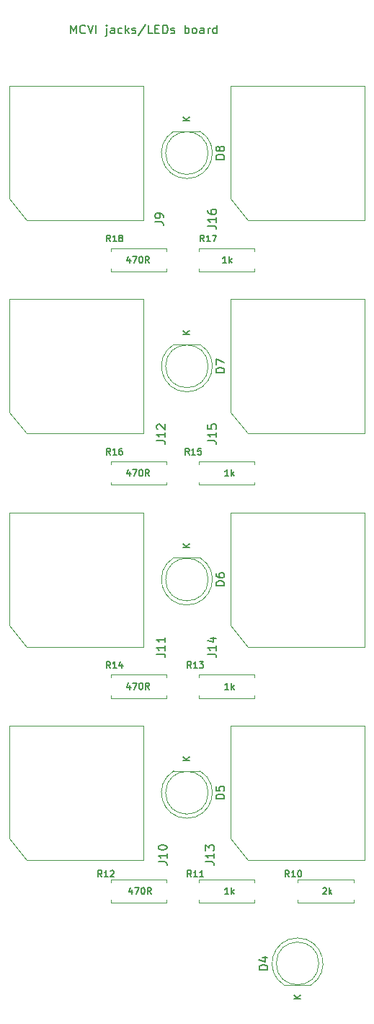
<source format=gbr>
%TF.GenerationSoftware,KiCad,Pcbnew,5.1.9-73d0e3b20d~88~ubuntu20.04.1*%
%TF.CreationDate,2021-03-31T20:48:30-04:00*%
%TF.ProjectId,MCVI,4d435649-2e6b-4696-9361-645f70636258,rev?*%
%TF.SameCoordinates,Original*%
%TF.FileFunction,Legend,Top*%
%TF.FilePolarity,Positive*%
%FSLAX46Y46*%
G04 Gerber Fmt 4.6, Leading zero omitted, Abs format (unit mm)*
G04 Created by KiCad (PCBNEW 5.1.9-73d0e3b20d~88~ubuntu20.04.1) date 2021-03-31 20:48:30*
%MOMM*%
%LPD*%
G01*
G04 APERTURE LIST*
%ADD10C,0.150000*%
%ADD11C,0.120000*%
G04 APERTURE END LIST*
D10*
X128335595Y-65452380D02*
X128335595Y-64452380D01*
X128668928Y-65166666D01*
X129002261Y-64452380D01*
X129002261Y-65452380D01*
X130049880Y-65357142D02*
X130002261Y-65404761D01*
X129859404Y-65452380D01*
X129764166Y-65452380D01*
X129621309Y-65404761D01*
X129526071Y-65309523D01*
X129478452Y-65214285D01*
X129430833Y-65023809D01*
X129430833Y-64880952D01*
X129478452Y-64690476D01*
X129526071Y-64595238D01*
X129621309Y-64500000D01*
X129764166Y-64452380D01*
X129859404Y-64452380D01*
X130002261Y-64500000D01*
X130049880Y-64547619D01*
X130335595Y-64452380D02*
X130668928Y-65452380D01*
X131002261Y-64452380D01*
X131335595Y-65452380D02*
X131335595Y-64452380D01*
X132573690Y-64785714D02*
X132573690Y-65642857D01*
X132526071Y-65738095D01*
X132430833Y-65785714D01*
X132383214Y-65785714D01*
X132573690Y-64452380D02*
X132526071Y-64500000D01*
X132573690Y-64547619D01*
X132621309Y-64500000D01*
X132573690Y-64452380D01*
X132573690Y-64547619D01*
X133478452Y-65452380D02*
X133478452Y-64928571D01*
X133430833Y-64833333D01*
X133335595Y-64785714D01*
X133145119Y-64785714D01*
X133049880Y-64833333D01*
X133478452Y-65404761D02*
X133383214Y-65452380D01*
X133145119Y-65452380D01*
X133049880Y-65404761D01*
X133002261Y-65309523D01*
X133002261Y-65214285D01*
X133049880Y-65119047D01*
X133145119Y-65071428D01*
X133383214Y-65071428D01*
X133478452Y-65023809D01*
X134383214Y-65404761D02*
X134287976Y-65452380D01*
X134097500Y-65452380D01*
X134002261Y-65404761D01*
X133954642Y-65357142D01*
X133907023Y-65261904D01*
X133907023Y-64976190D01*
X133954642Y-64880952D01*
X134002261Y-64833333D01*
X134097500Y-64785714D01*
X134287976Y-64785714D01*
X134383214Y-64833333D01*
X134811785Y-65452380D02*
X134811785Y-64452380D01*
X134907023Y-65071428D02*
X135192738Y-65452380D01*
X135192738Y-64785714D02*
X134811785Y-65166666D01*
X135573690Y-65404761D02*
X135668928Y-65452380D01*
X135859404Y-65452380D01*
X135954642Y-65404761D01*
X136002261Y-65309523D01*
X136002261Y-65261904D01*
X135954642Y-65166666D01*
X135859404Y-65119047D01*
X135716547Y-65119047D01*
X135621309Y-65071428D01*
X135573690Y-64976190D01*
X135573690Y-64928571D01*
X135621309Y-64833333D01*
X135716547Y-64785714D01*
X135859404Y-64785714D01*
X135954642Y-64833333D01*
X137145119Y-64404761D02*
X136287976Y-65690476D01*
X137954642Y-65452380D02*
X137478452Y-65452380D01*
X137478452Y-64452380D01*
X138287976Y-64928571D02*
X138621309Y-64928571D01*
X138764166Y-65452380D02*
X138287976Y-65452380D01*
X138287976Y-64452380D01*
X138764166Y-64452380D01*
X139192738Y-65452380D02*
X139192738Y-64452380D01*
X139430833Y-64452380D01*
X139573690Y-64500000D01*
X139668928Y-64595238D01*
X139716547Y-64690476D01*
X139764166Y-64880952D01*
X139764166Y-65023809D01*
X139716547Y-65214285D01*
X139668928Y-65309523D01*
X139573690Y-65404761D01*
X139430833Y-65452380D01*
X139192738Y-65452380D01*
X140145119Y-65404761D02*
X140240357Y-65452380D01*
X140430833Y-65452380D01*
X140526071Y-65404761D01*
X140573690Y-65309523D01*
X140573690Y-65261904D01*
X140526071Y-65166666D01*
X140430833Y-65119047D01*
X140287976Y-65119047D01*
X140192738Y-65071428D01*
X140145119Y-64976190D01*
X140145119Y-64928571D01*
X140192738Y-64833333D01*
X140287976Y-64785714D01*
X140430833Y-64785714D01*
X140526071Y-64833333D01*
X141764166Y-65452380D02*
X141764166Y-64452380D01*
X141764166Y-64833333D02*
X141859404Y-64785714D01*
X142049880Y-64785714D01*
X142145119Y-64833333D01*
X142192738Y-64880952D01*
X142240357Y-64976190D01*
X142240357Y-65261904D01*
X142192738Y-65357142D01*
X142145119Y-65404761D01*
X142049880Y-65452380D01*
X141859404Y-65452380D01*
X141764166Y-65404761D01*
X142811785Y-65452380D02*
X142716547Y-65404761D01*
X142668928Y-65357142D01*
X142621309Y-65261904D01*
X142621309Y-64976190D01*
X142668928Y-64880952D01*
X142716547Y-64833333D01*
X142811785Y-64785714D01*
X142954642Y-64785714D01*
X143049880Y-64833333D01*
X143097500Y-64880952D01*
X143145119Y-64976190D01*
X143145119Y-65261904D01*
X143097500Y-65357142D01*
X143049880Y-65404761D01*
X142954642Y-65452380D01*
X142811785Y-65452380D01*
X144002261Y-65452380D02*
X144002261Y-64928571D01*
X143954642Y-64833333D01*
X143859404Y-64785714D01*
X143668928Y-64785714D01*
X143573690Y-64833333D01*
X144002261Y-65404761D02*
X143907023Y-65452380D01*
X143668928Y-65452380D01*
X143573690Y-65404761D01*
X143526071Y-65309523D01*
X143526071Y-65214285D01*
X143573690Y-65119047D01*
X143668928Y-65071428D01*
X143907023Y-65071428D01*
X144002261Y-65023809D01*
X144478452Y-65452380D02*
X144478452Y-64785714D01*
X144478452Y-64976190D02*
X144526071Y-64880952D01*
X144573690Y-64833333D01*
X144668928Y-64785714D01*
X144764166Y-64785714D01*
X145526071Y-65452380D02*
X145526071Y-64452380D01*
X145526071Y-65404761D02*
X145430833Y-65452380D01*
X145240357Y-65452380D01*
X145145119Y-65404761D01*
X145097500Y-65357142D01*
X145049880Y-65261904D01*
X145049880Y-64976190D01*
X145097500Y-64880952D01*
X145145119Y-64833333D01*
X145240357Y-64785714D01*
X145430833Y-64785714D01*
X145526071Y-64833333D01*
D11*
%TO.C,R15*%
X149960000Y-118040000D02*
X149960000Y-118370000D01*
X149960000Y-118370000D02*
X143420000Y-118370000D01*
X143420000Y-118370000D02*
X143420000Y-118040000D01*
X149960000Y-115960000D02*
X149960000Y-115630000D01*
X149960000Y-115630000D02*
X143420000Y-115630000D01*
X143420000Y-115630000D02*
X143420000Y-115960000D01*
%TO.C,D6*%
X144500000Y-129470000D02*
G75*
G03*
X144500000Y-129470000I-2500000J0D01*
G01*
X143545000Y-126910000D02*
X140455000Y-126910000D01*
X142000462Y-132460000D02*
G75*
G02*
X140455170Y-126910000I-462J2990000D01*
G01*
X141999538Y-132460000D02*
G75*
G03*
X143544830Y-126910000I462J2990000D01*
G01*
%TO.C,R10*%
X155040000Y-164960000D02*
X155040000Y-164630000D01*
X155040000Y-164630000D02*
X161580000Y-164630000D01*
X161580000Y-164630000D02*
X161580000Y-164960000D01*
X155040000Y-167040000D02*
X155040000Y-167370000D01*
X155040000Y-167370000D02*
X161580000Y-167370000D01*
X161580000Y-167370000D02*
X161580000Y-167040000D01*
%TO.C,R16*%
X133040000Y-115960000D02*
X133040000Y-115630000D01*
X133040000Y-115630000D02*
X139580000Y-115630000D01*
X139580000Y-115630000D02*
X139580000Y-115960000D01*
X133040000Y-118040000D02*
X133040000Y-118370000D01*
X133040000Y-118370000D02*
X139580000Y-118370000D01*
X139580000Y-118370000D02*
X139580000Y-118040000D01*
%TO.C,R11*%
X149960000Y-167040000D02*
X149960000Y-167370000D01*
X149960000Y-167370000D02*
X143420000Y-167370000D01*
X143420000Y-167370000D02*
X143420000Y-167040000D01*
X149960000Y-164960000D02*
X149960000Y-164630000D01*
X149960000Y-164630000D02*
X143420000Y-164630000D01*
X143420000Y-164630000D02*
X143420000Y-164960000D01*
%TO.C,R17*%
X149960000Y-93040000D02*
X149960000Y-93370000D01*
X149960000Y-93370000D02*
X143420000Y-93370000D01*
X143420000Y-93370000D02*
X143420000Y-93040000D01*
X149960000Y-90960000D02*
X149960000Y-90630000D01*
X149960000Y-90630000D02*
X143420000Y-90630000D01*
X143420000Y-90630000D02*
X143420000Y-90960000D01*
%TO.C,D7*%
X144500000Y-104470000D02*
G75*
G03*
X144500000Y-104470000I-2500000J0D01*
G01*
X143545000Y-101910000D02*
X140455000Y-101910000D01*
X142000462Y-107460000D02*
G75*
G02*
X140455170Y-101910000I-462J2990000D01*
G01*
X141999538Y-107460000D02*
G75*
G03*
X143544830Y-101910000I462J2990000D01*
G01*
%TO.C,J13*%
X147150000Y-159850000D02*
X147150000Y-146600000D01*
X162900000Y-162350000D02*
X149200000Y-162350000D01*
X149200000Y-162350000D02*
X149150000Y-162350000D01*
X162900000Y-146600000D02*
X162900000Y-162350000D01*
X147150000Y-146600000D02*
X162900000Y-146600000D01*
X149150000Y-162350000D02*
X147150000Y-159850000D01*
%TO.C,R18*%
X133040000Y-90960000D02*
X133040000Y-90630000D01*
X133040000Y-90630000D02*
X139580000Y-90630000D01*
X139580000Y-90630000D02*
X139580000Y-90960000D01*
X133040000Y-93040000D02*
X133040000Y-93370000D01*
X133040000Y-93370000D02*
X139580000Y-93370000D01*
X139580000Y-93370000D02*
X139580000Y-93040000D01*
%TO.C,R13*%
X149960000Y-143040000D02*
X149960000Y-143370000D01*
X149960000Y-143370000D02*
X143420000Y-143370000D01*
X143420000Y-143370000D02*
X143420000Y-143040000D01*
X149960000Y-140960000D02*
X149960000Y-140630000D01*
X149960000Y-140630000D02*
X143420000Y-140630000D01*
X143420000Y-140630000D02*
X143420000Y-140960000D01*
%TO.C,J15*%
X147150000Y-109850000D02*
X147150000Y-96600000D01*
X162900000Y-112350000D02*
X149200000Y-112350000D01*
X149200000Y-112350000D02*
X149150000Y-112350000D01*
X162900000Y-96600000D02*
X162900000Y-112350000D01*
X147150000Y-96600000D02*
X162900000Y-96600000D01*
X149150000Y-112350000D02*
X147150000Y-109850000D01*
%TO.C,J11*%
X121150000Y-134850000D02*
X121150000Y-121600000D01*
X136900000Y-137350000D02*
X123200000Y-137350000D01*
X123200000Y-137350000D02*
X123150000Y-137350000D01*
X136900000Y-121600000D02*
X136900000Y-137350000D01*
X121150000Y-121600000D02*
X136900000Y-121600000D01*
X123150000Y-137350000D02*
X121150000Y-134850000D01*
%TO.C,J16*%
X147150000Y-84850000D02*
X147150000Y-71600000D01*
X162900000Y-87350000D02*
X149200000Y-87350000D01*
X149200000Y-87350000D02*
X149150000Y-87350000D01*
X162900000Y-71600000D02*
X162900000Y-87350000D01*
X147150000Y-71600000D02*
X162900000Y-71600000D01*
X149150000Y-87350000D02*
X147150000Y-84850000D01*
%TO.C,J14*%
X147150000Y-134850000D02*
X147150000Y-121600000D01*
X162900000Y-137350000D02*
X149200000Y-137350000D01*
X149200000Y-137350000D02*
X149150000Y-137350000D01*
X162900000Y-121600000D02*
X162900000Y-137350000D01*
X147150000Y-121600000D02*
X162900000Y-121600000D01*
X149150000Y-137350000D02*
X147150000Y-134850000D01*
%TO.C,R12*%
X133060000Y-164960000D02*
X133060000Y-164630000D01*
X133060000Y-164630000D02*
X139600000Y-164630000D01*
X139600000Y-164630000D02*
X139600000Y-164960000D01*
X133060000Y-167040000D02*
X133060000Y-167370000D01*
X133060000Y-167370000D02*
X139600000Y-167370000D01*
X139600000Y-167370000D02*
X139600000Y-167040000D01*
%TO.C,D8*%
X144500000Y-79470000D02*
G75*
G03*
X144500000Y-79470000I-2500000J0D01*
G01*
X143545000Y-76910000D02*
X140455000Y-76910000D01*
X142000462Y-82460000D02*
G75*
G02*
X140455170Y-76910000I-462J2990000D01*
G01*
X141999538Y-82460000D02*
G75*
G03*
X143544830Y-76910000I462J2990000D01*
G01*
%TO.C,D4*%
X157500000Y-174480000D02*
G75*
G03*
X157500000Y-174480000I-2500000J0D01*
G01*
X153455000Y-177040000D02*
X156545000Y-177040000D01*
X154999538Y-171490000D02*
G75*
G02*
X156544830Y-177040000I462J-2990000D01*
G01*
X155000462Y-171490000D02*
G75*
G03*
X153455170Y-177040000I-462J-2990000D01*
G01*
%TO.C,D5*%
X144500000Y-154470000D02*
G75*
G03*
X144500000Y-154470000I-2500000J0D01*
G01*
X143545000Y-151910000D02*
X140455000Y-151910000D01*
X142000462Y-157460000D02*
G75*
G02*
X140455170Y-151910000I-462J2990000D01*
G01*
X141999538Y-157460000D02*
G75*
G03*
X143544830Y-151910000I462J2990000D01*
G01*
%TO.C,J12*%
X121150000Y-109850000D02*
X121150000Y-96600000D01*
X136900000Y-112350000D02*
X123200000Y-112350000D01*
X123200000Y-112350000D02*
X123150000Y-112350000D01*
X136900000Y-96600000D02*
X136900000Y-112350000D01*
X121150000Y-96600000D02*
X136900000Y-96600000D01*
X123150000Y-112350000D02*
X121150000Y-109850000D01*
%TO.C,J9*%
X121150000Y-84850000D02*
X121150000Y-71600000D01*
X136900000Y-87350000D02*
X123200000Y-87350000D01*
X123200000Y-87350000D02*
X123150000Y-87350000D01*
X136900000Y-71600000D02*
X136900000Y-87350000D01*
X121150000Y-71600000D02*
X136900000Y-71600000D01*
X123150000Y-87350000D02*
X121150000Y-84850000D01*
%TO.C,J10*%
X121150000Y-159850000D02*
X121150000Y-146600000D01*
X136900000Y-162350000D02*
X123200000Y-162350000D01*
X123200000Y-162350000D02*
X123150000Y-162350000D01*
X136900000Y-146600000D02*
X136900000Y-162350000D01*
X121150000Y-146600000D02*
X136900000Y-146600000D01*
X123150000Y-162350000D02*
X121150000Y-159850000D01*
%TO.C,R14*%
X133040000Y-140960000D02*
X133040000Y-140630000D01*
X133040000Y-140630000D02*
X139580000Y-140630000D01*
X139580000Y-140630000D02*
X139580000Y-140960000D01*
X133040000Y-143040000D02*
X133040000Y-143370000D01*
X133040000Y-143370000D02*
X139580000Y-143370000D01*
X139580000Y-143370000D02*
X139580000Y-143040000D01*
%TO.C,R15*%
D10*
X142267857Y-114839285D02*
X142017857Y-114482142D01*
X141839285Y-114839285D02*
X141839285Y-114089285D01*
X142125000Y-114089285D01*
X142196428Y-114125000D01*
X142232142Y-114160714D01*
X142267857Y-114232142D01*
X142267857Y-114339285D01*
X142232142Y-114410714D01*
X142196428Y-114446428D01*
X142125000Y-114482142D01*
X141839285Y-114482142D01*
X142982142Y-114839285D02*
X142553571Y-114839285D01*
X142767857Y-114839285D02*
X142767857Y-114089285D01*
X142696428Y-114196428D01*
X142625000Y-114267857D01*
X142553571Y-114303571D01*
X143660714Y-114089285D02*
X143303571Y-114089285D01*
X143267857Y-114446428D01*
X143303571Y-114410714D01*
X143375000Y-114375000D01*
X143553571Y-114375000D01*
X143625000Y-114410714D01*
X143660714Y-114446428D01*
X143696428Y-114517857D01*
X143696428Y-114696428D01*
X143660714Y-114767857D01*
X143625000Y-114803571D01*
X143553571Y-114839285D01*
X143375000Y-114839285D01*
X143303571Y-114803571D01*
X143267857Y-114767857D01*
X146910714Y-117339285D02*
X146482142Y-117339285D01*
X146696428Y-117339285D02*
X146696428Y-116589285D01*
X146625000Y-116696428D01*
X146553571Y-116767857D01*
X146482142Y-116803571D01*
X147232142Y-117339285D02*
X147232142Y-116589285D01*
X147303571Y-117053571D02*
X147517857Y-117339285D01*
X147517857Y-116839285D02*
X147232142Y-117125000D01*
%TO.C,D6*%
X146412380Y-130208095D02*
X145412380Y-130208095D01*
X145412380Y-129970000D01*
X145460000Y-129827142D01*
X145555238Y-129731904D01*
X145650476Y-129684285D01*
X145840952Y-129636666D01*
X145983809Y-129636666D01*
X146174285Y-129684285D01*
X146269523Y-129731904D01*
X146364761Y-129827142D01*
X146412380Y-129970000D01*
X146412380Y-130208095D01*
X145412380Y-128779523D02*
X145412380Y-128970000D01*
X145460000Y-129065238D01*
X145507619Y-129112857D01*
X145650476Y-129208095D01*
X145840952Y-129255714D01*
X146221904Y-129255714D01*
X146317142Y-129208095D01*
X146364761Y-129160476D01*
X146412380Y-129065238D01*
X146412380Y-128874761D01*
X146364761Y-128779523D01*
X146317142Y-128731904D01*
X146221904Y-128684285D01*
X145983809Y-128684285D01*
X145888571Y-128731904D01*
X145840952Y-128779523D01*
X145793333Y-128874761D01*
X145793333Y-129065238D01*
X145840952Y-129160476D01*
X145888571Y-129208095D01*
X145983809Y-129255714D01*
X142339285Y-125696428D02*
X141589285Y-125696428D01*
X142339285Y-125267857D02*
X141910714Y-125589285D01*
X141589285Y-125267857D02*
X142017857Y-125696428D01*
%TO.C,R10*%
X154017857Y-164339285D02*
X153767857Y-163982142D01*
X153589285Y-164339285D02*
X153589285Y-163589285D01*
X153875000Y-163589285D01*
X153946428Y-163625000D01*
X153982142Y-163660714D01*
X154017857Y-163732142D01*
X154017857Y-163839285D01*
X153982142Y-163910714D01*
X153946428Y-163946428D01*
X153875000Y-163982142D01*
X153589285Y-163982142D01*
X154732142Y-164339285D02*
X154303571Y-164339285D01*
X154517857Y-164339285D02*
X154517857Y-163589285D01*
X154446428Y-163696428D01*
X154375000Y-163767857D01*
X154303571Y-163803571D01*
X155196428Y-163589285D02*
X155267857Y-163589285D01*
X155339285Y-163625000D01*
X155375000Y-163660714D01*
X155410714Y-163732142D01*
X155446428Y-163875000D01*
X155446428Y-164053571D01*
X155410714Y-164196428D01*
X155375000Y-164267857D01*
X155339285Y-164303571D01*
X155267857Y-164339285D01*
X155196428Y-164339285D01*
X155125000Y-164303571D01*
X155089285Y-164267857D01*
X155053571Y-164196428D01*
X155017857Y-164053571D01*
X155017857Y-163875000D01*
X155053571Y-163732142D01*
X155089285Y-163660714D01*
X155125000Y-163625000D01*
X155196428Y-163589285D01*
X157982142Y-165660714D02*
X158017857Y-165625000D01*
X158089285Y-165589285D01*
X158267857Y-165589285D01*
X158339285Y-165625000D01*
X158375000Y-165660714D01*
X158410714Y-165732142D01*
X158410714Y-165803571D01*
X158375000Y-165910714D01*
X157946428Y-166339285D01*
X158410714Y-166339285D01*
X158732142Y-166339285D02*
X158732142Y-165589285D01*
X158803571Y-166053571D02*
X159017857Y-166339285D01*
X159017857Y-165839285D02*
X158732142Y-166125000D01*
%TO.C,R16*%
X133017857Y-114839285D02*
X132767857Y-114482142D01*
X132589285Y-114839285D02*
X132589285Y-114089285D01*
X132875000Y-114089285D01*
X132946428Y-114125000D01*
X132982142Y-114160714D01*
X133017857Y-114232142D01*
X133017857Y-114339285D01*
X132982142Y-114410714D01*
X132946428Y-114446428D01*
X132875000Y-114482142D01*
X132589285Y-114482142D01*
X133732142Y-114839285D02*
X133303571Y-114839285D01*
X133517857Y-114839285D02*
X133517857Y-114089285D01*
X133446428Y-114196428D01*
X133375000Y-114267857D01*
X133303571Y-114303571D01*
X134375000Y-114089285D02*
X134232142Y-114089285D01*
X134160714Y-114125000D01*
X134125000Y-114160714D01*
X134053571Y-114267857D01*
X134017857Y-114410714D01*
X134017857Y-114696428D01*
X134053571Y-114767857D01*
X134089285Y-114803571D01*
X134160714Y-114839285D01*
X134303571Y-114839285D01*
X134375000Y-114803571D01*
X134410714Y-114767857D01*
X134446428Y-114696428D01*
X134446428Y-114517857D01*
X134410714Y-114446428D01*
X134375000Y-114410714D01*
X134303571Y-114375000D01*
X134160714Y-114375000D01*
X134089285Y-114410714D01*
X134053571Y-114446428D01*
X134017857Y-114517857D01*
X135303571Y-116839285D02*
X135303571Y-117339285D01*
X135125000Y-116553571D02*
X134946428Y-117089285D01*
X135410714Y-117089285D01*
X135625000Y-116589285D02*
X136125000Y-116589285D01*
X135803571Y-117339285D01*
X136553571Y-116589285D02*
X136625000Y-116589285D01*
X136696428Y-116625000D01*
X136732142Y-116660714D01*
X136767857Y-116732142D01*
X136803571Y-116875000D01*
X136803571Y-117053571D01*
X136767857Y-117196428D01*
X136732142Y-117267857D01*
X136696428Y-117303571D01*
X136625000Y-117339285D01*
X136553571Y-117339285D01*
X136482142Y-117303571D01*
X136446428Y-117267857D01*
X136410714Y-117196428D01*
X136375000Y-117053571D01*
X136375000Y-116875000D01*
X136410714Y-116732142D01*
X136446428Y-116660714D01*
X136482142Y-116625000D01*
X136553571Y-116589285D01*
X137553571Y-117339285D02*
X137303571Y-116982142D01*
X137125000Y-117339285D02*
X137125000Y-116589285D01*
X137410714Y-116589285D01*
X137482142Y-116625000D01*
X137517857Y-116660714D01*
X137553571Y-116732142D01*
X137553571Y-116839285D01*
X137517857Y-116910714D01*
X137482142Y-116946428D01*
X137410714Y-116982142D01*
X137125000Y-116982142D01*
%TO.C,R11*%
X142517857Y-164339285D02*
X142267857Y-163982142D01*
X142089285Y-164339285D02*
X142089285Y-163589285D01*
X142375000Y-163589285D01*
X142446428Y-163625000D01*
X142482142Y-163660714D01*
X142517857Y-163732142D01*
X142517857Y-163839285D01*
X142482142Y-163910714D01*
X142446428Y-163946428D01*
X142375000Y-163982142D01*
X142089285Y-163982142D01*
X143232142Y-164339285D02*
X142803571Y-164339285D01*
X143017857Y-164339285D02*
X143017857Y-163589285D01*
X142946428Y-163696428D01*
X142875000Y-163767857D01*
X142803571Y-163803571D01*
X143946428Y-164339285D02*
X143517857Y-164339285D01*
X143732142Y-164339285D02*
X143732142Y-163589285D01*
X143660714Y-163696428D01*
X143589285Y-163767857D01*
X143517857Y-163803571D01*
X146910714Y-166339285D02*
X146482142Y-166339285D01*
X146696428Y-166339285D02*
X146696428Y-165589285D01*
X146625000Y-165696428D01*
X146553571Y-165767857D01*
X146482142Y-165803571D01*
X147232142Y-166339285D02*
X147232142Y-165589285D01*
X147303571Y-166053571D02*
X147517857Y-166339285D01*
X147517857Y-165839285D02*
X147232142Y-166125000D01*
%TO.C,R17*%
X144017857Y-89839285D02*
X143767857Y-89482142D01*
X143589285Y-89839285D02*
X143589285Y-89089285D01*
X143875000Y-89089285D01*
X143946428Y-89125000D01*
X143982142Y-89160714D01*
X144017857Y-89232142D01*
X144017857Y-89339285D01*
X143982142Y-89410714D01*
X143946428Y-89446428D01*
X143875000Y-89482142D01*
X143589285Y-89482142D01*
X144732142Y-89839285D02*
X144303571Y-89839285D01*
X144517857Y-89839285D02*
X144517857Y-89089285D01*
X144446428Y-89196428D01*
X144375000Y-89267857D01*
X144303571Y-89303571D01*
X144982142Y-89089285D02*
X145482142Y-89089285D01*
X145160714Y-89839285D01*
X146660714Y-92339285D02*
X146232142Y-92339285D01*
X146446428Y-92339285D02*
X146446428Y-91589285D01*
X146375000Y-91696428D01*
X146303571Y-91767857D01*
X146232142Y-91803571D01*
X146982142Y-92339285D02*
X146982142Y-91589285D01*
X147053571Y-92053571D02*
X147267857Y-92339285D01*
X147267857Y-91839285D02*
X146982142Y-92125000D01*
%TO.C,D7*%
X146412380Y-105208095D02*
X145412380Y-105208095D01*
X145412380Y-104970000D01*
X145460000Y-104827142D01*
X145555238Y-104731904D01*
X145650476Y-104684285D01*
X145840952Y-104636666D01*
X145983809Y-104636666D01*
X146174285Y-104684285D01*
X146269523Y-104731904D01*
X146364761Y-104827142D01*
X146412380Y-104970000D01*
X146412380Y-105208095D01*
X145412380Y-104303333D02*
X145412380Y-103636666D01*
X146412380Y-104065238D01*
X142339285Y-100696428D02*
X141589285Y-100696428D01*
X142339285Y-100267857D02*
X141910714Y-100589285D01*
X141589285Y-100267857D02*
X142017857Y-100696428D01*
%TO.C,J13*%
X144202380Y-162559523D02*
X144916666Y-162559523D01*
X145059523Y-162607142D01*
X145154761Y-162702380D01*
X145202380Y-162845238D01*
X145202380Y-162940476D01*
X145202380Y-161559523D02*
X145202380Y-162130952D01*
X145202380Y-161845238D02*
X144202380Y-161845238D01*
X144345238Y-161940476D01*
X144440476Y-162035714D01*
X144488095Y-162130952D01*
X144202380Y-161226190D02*
X144202380Y-160607142D01*
X144583333Y-160940476D01*
X144583333Y-160797619D01*
X144630952Y-160702380D01*
X144678571Y-160654761D01*
X144773809Y-160607142D01*
X145011904Y-160607142D01*
X145107142Y-160654761D01*
X145154761Y-160702380D01*
X145202380Y-160797619D01*
X145202380Y-161083333D01*
X145154761Y-161178571D01*
X145107142Y-161226190D01*
%TO.C,R18*%
X133017857Y-89839285D02*
X132767857Y-89482142D01*
X132589285Y-89839285D02*
X132589285Y-89089285D01*
X132875000Y-89089285D01*
X132946428Y-89125000D01*
X132982142Y-89160714D01*
X133017857Y-89232142D01*
X133017857Y-89339285D01*
X132982142Y-89410714D01*
X132946428Y-89446428D01*
X132875000Y-89482142D01*
X132589285Y-89482142D01*
X133732142Y-89839285D02*
X133303571Y-89839285D01*
X133517857Y-89839285D02*
X133517857Y-89089285D01*
X133446428Y-89196428D01*
X133375000Y-89267857D01*
X133303571Y-89303571D01*
X134160714Y-89410714D02*
X134089285Y-89375000D01*
X134053571Y-89339285D01*
X134017857Y-89267857D01*
X134017857Y-89232142D01*
X134053571Y-89160714D01*
X134089285Y-89125000D01*
X134160714Y-89089285D01*
X134303571Y-89089285D01*
X134375000Y-89125000D01*
X134410714Y-89160714D01*
X134446428Y-89232142D01*
X134446428Y-89267857D01*
X134410714Y-89339285D01*
X134375000Y-89375000D01*
X134303571Y-89410714D01*
X134160714Y-89410714D01*
X134089285Y-89446428D01*
X134053571Y-89482142D01*
X134017857Y-89553571D01*
X134017857Y-89696428D01*
X134053571Y-89767857D01*
X134089285Y-89803571D01*
X134160714Y-89839285D01*
X134303571Y-89839285D01*
X134375000Y-89803571D01*
X134410714Y-89767857D01*
X134446428Y-89696428D01*
X134446428Y-89553571D01*
X134410714Y-89482142D01*
X134375000Y-89446428D01*
X134303571Y-89410714D01*
X135303571Y-91839285D02*
X135303571Y-92339285D01*
X135125000Y-91553571D02*
X134946428Y-92089285D01*
X135410714Y-92089285D01*
X135625000Y-91589285D02*
X136125000Y-91589285D01*
X135803571Y-92339285D01*
X136553571Y-91589285D02*
X136625000Y-91589285D01*
X136696428Y-91625000D01*
X136732142Y-91660714D01*
X136767857Y-91732142D01*
X136803571Y-91875000D01*
X136803571Y-92053571D01*
X136767857Y-92196428D01*
X136732142Y-92267857D01*
X136696428Y-92303571D01*
X136625000Y-92339285D01*
X136553571Y-92339285D01*
X136482142Y-92303571D01*
X136446428Y-92267857D01*
X136410714Y-92196428D01*
X136375000Y-92053571D01*
X136375000Y-91875000D01*
X136410714Y-91732142D01*
X136446428Y-91660714D01*
X136482142Y-91625000D01*
X136553571Y-91589285D01*
X137553571Y-92339285D02*
X137303571Y-91982142D01*
X137125000Y-92339285D02*
X137125000Y-91589285D01*
X137410714Y-91589285D01*
X137482142Y-91625000D01*
X137517857Y-91660714D01*
X137553571Y-91732142D01*
X137553571Y-91839285D01*
X137517857Y-91910714D01*
X137482142Y-91946428D01*
X137410714Y-91982142D01*
X137125000Y-91982142D01*
%TO.C,R13*%
X142517857Y-139839285D02*
X142267857Y-139482142D01*
X142089285Y-139839285D02*
X142089285Y-139089285D01*
X142375000Y-139089285D01*
X142446428Y-139125000D01*
X142482142Y-139160714D01*
X142517857Y-139232142D01*
X142517857Y-139339285D01*
X142482142Y-139410714D01*
X142446428Y-139446428D01*
X142375000Y-139482142D01*
X142089285Y-139482142D01*
X143232142Y-139839285D02*
X142803571Y-139839285D01*
X143017857Y-139839285D02*
X143017857Y-139089285D01*
X142946428Y-139196428D01*
X142875000Y-139267857D01*
X142803571Y-139303571D01*
X143482142Y-139089285D02*
X143946428Y-139089285D01*
X143696428Y-139375000D01*
X143803571Y-139375000D01*
X143875000Y-139410714D01*
X143910714Y-139446428D01*
X143946428Y-139517857D01*
X143946428Y-139696428D01*
X143910714Y-139767857D01*
X143875000Y-139803571D01*
X143803571Y-139839285D01*
X143589285Y-139839285D01*
X143517857Y-139803571D01*
X143482142Y-139767857D01*
X146910714Y-142339285D02*
X146482142Y-142339285D01*
X146696428Y-142339285D02*
X146696428Y-141589285D01*
X146625000Y-141696428D01*
X146553571Y-141767857D01*
X146482142Y-141803571D01*
X147232142Y-142339285D02*
X147232142Y-141589285D01*
X147303571Y-142053571D02*
X147517857Y-142339285D01*
X147517857Y-141839285D02*
X147232142Y-142125000D01*
%TO.C,J15*%
X144452380Y-113209523D02*
X145166666Y-113209523D01*
X145309523Y-113257142D01*
X145404761Y-113352380D01*
X145452380Y-113495238D01*
X145452380Y-113590476D01*
X145452380Y-112209523D02*
X145452380Y-112780952D01*
X145452380Y-112495238D02*
X144452380Y-112495238D01*
X144595238Y-112590476D01*
X144690476Y-112685714D01*
X144738095Y-112780952D01*
X144452380Y-111304761D02*
X144452380Y-111780952D01*
X144928571Y-111828571D01*
X144880952Y-111780952D01*
X144833333Y-111685714D01*
X144833333Y-111447619D01*
X144880952Y-111352380D01*
X144928571Y-111304761D01*
X145023809Y-111257142D01*
X145261904Y-111257142D01*
X145357142Y-111304761D01*
X145404761Y-111352380D01*
X145452380Y-111447619D01*
X145452380Y-111685714D01*
X145404761Y-111780952D01*
X145357142Y-111828571D01*
%TO.C,J11*%
X138452380Y-138209523D02*
X139166666Y-138209523D01*
X139309523Y-138257142D01*
X139404761Y-138352380D01*
X139452380Y-138495238D01*
X139452380Y-138590476D01*
X139452380Y-137209523D02*
X139452380Y-137780952D01*
X139452380Y-137495238D02*
X138452380Y-137495238D01*
X138595238Y-137590476D01*
X138690476Y-137685714D01*
X138738095Y-137780952D01*
X139452380Y-136257142D02*
X139452380Y-136828571D01*
X139452380Y-136542857D02*
X138452380Y-136542857D01*
X138595238Y-136638095D01*
X138690476Y-136733333D01*
X138738095Y-136828571D01*
%TO.C,J16*%
X144452380Y-88009523D02*
X145166666Y-88009523D01*
X145309523Y-88057142D01*
X145404761Y-88152380D01*
X145452380Y-88295238D01*
X145452380Y-88390476D01*
X145452380Y-87009523D02*
X145452380Y-87580952D01*
X145452380Y-87295238D02*
X144452380Y-87295238D01*
X144595238Y-87390476D01*
X144690476Y-87485714D01*
X144738095Y-87580952D01*
X144452380Y-86152380D02*
X144452380Y-86342857D01*
X144500000Y-86438095D01*
X144547619Y-86485714D01*
X144690476Y-86580952D01*
X144880952Y-86628571D01*
X145261904Y-86628571D01*
X145357142Y-86580952D01*
X145404761Y-86533333D01*
X145452380Y-86438095D01*
X145452380Y-86247619D01*
X145404761Y-86152380D01*
X145357142Y-86104761D01*
X145261904Y-86057142D01*
X145023809Y-86057142D01*
X144928571Y-86104761D01*
X144880952Y-86152380D01*
X144833333Y-86247619D01*
X144833333Y-86438095D01*
X144880952Y-86533333D01*
X144928571Y-86580952D01*
X145023809Y-86628571D01*
%TO.C,J14*%
X144452380Y-138209523D02*
X145166666Y-138209523D01*
X145309523Y-138257142D01*
X145404761Y-138352380D01*
X145452380Y-138495238D01*
X145452380Y-138590476D01*
X145452380Y-137209523D02*
X145452380Y-137780952D01*
X145452380Y-137495238D02*
X144452380Y-137495238D01*
X144595238Y-137590476D01*
X144690476Y-137685714D01*
X144738095Y-137780952D01*
X144785714Y-136352380D02*
X145452380Y-136352380D01*
X144404761Y-136590476D02*
X145119047Y-136828571D01*
X145119047Y-136209523D01*
%TO.C,R12*%
X132017857Y-164339285D02*
X131767857Y-163982142D01*
X131589285Y-164339285D02*
X131589285Y-163589285D01*
X131875000Y-163589285D01*
X131946428Y-163625000D01*
X131982142Y-163660714D01*
X132017857Y-163732142D01*
X132017857Y-163839285D01*
X131982142Y-163910714D01*
X131946428Y-163946428D01*
X131875000Y-163982142D01*
X131589285Y-163982142D01*
X132732142Y-164339285D02*
X132303571Y-164339285D01*
X132517857Y-164339285D02*
X132517857Y-163589285D01*
X132446428Y-163696428D01*
X132375000Y-163767857D01*
X132303571Y-163803571D01*
X133017857Y-163660714D02*
X133053571Y-163625000D01*
X133125000Y-163589285D01*
X133303571Y-163589285D01*
X133375000Y-163625000D01*
X133410714Y-163660714D01*
X133446428Y-163732142D01*
X133446428Y-163803571D01*
X133410714Y-163910714D01*
X132982142Y-164339285D01*
X133446428Y-164339285D01*
X135553571Y-165839285D02*
X135553571Y-166339285D01*
X135375000Y-165553571D02*
X135196428Y-166089285D01*
X135660714Y-166089285D01*
X135875000Y-165589285D02*
X136375000Y-165589285D01*
X136053571Y-166339285D01*
X136803571Y-165589285D02*
X136875000Y-165589285D01*
X136946428Y-165625000D01*
X136982142Y-165660714D01*
X137017857Y-165732142D01*
X137053571Y-165875000D01*
X137053571Y-166053571D01*
X137017857Y-166196428D01*
X136982142Y-166267857D01*
X136946428Y-166303571D01*
X136875000Y-166339285D01*
X136803571Y-166339285D01*
X136732142Y-166303571D01*
X136696428Y-166267857D01*
X136660714Y-166196428D01*
X136625000Y-166053571D01*
X136625000Y-165875000D01*
X136660714Y-165732142D01*
X136696428Y-165660714D01*
X136732142Y-165625000D01*
X136803571Y-165589285D01*
X137803571Y-166339285D02*
X137553571Y-165982142D01*
X137375000Y-166339285D02*
X137375000Y-165589285D01*
X137660714Y-165589285D01*
X137732142Y-165625000D01*
X137767857Y-165660714D01*
X137803571Y-165732142D01*
X137803571Y-165839285D01*
X137767857Y-165910714D01*
X137732142Y-165946428D01*
X137660714Y-165982142D01*
X137375000Y-165982142D01*
%TO.C,D8*%
X146412380Y-80208095D02*
X145412380Y-80208095D01*
X145412380Y-79970000D01*
X145460000Y-79827142D01*
X145555238Y-79731904D01*
X145650476Y-79684285D01*
X145840952Y-79636666D01*
X145983809Y-79636666D01*
X146174285Y-79684285D01*
X146269523Y-79731904D01*
X146364761Y-79827142D01*
X146412380Y-79970000D01*
X146412380Y-80208095D01*
X145840952Y-79065238D02*
X145793333Y-79160476D01*
X145745714Y-79208095D01*
X145650476Y-79255714D01*
X145602857Y-79255714D01*
X145507619Y-79208095D01*
X145460000Y-79160476D01*
X145412380Y-79065238D01*
X145412380Y-78874761D01*
X145460000Y-78779523D01*
X145507619Y-78731904D01*
X145602857Y-78684285D01*
X145650476Y-78684285D01*
X145745714Y-78731904D01*
X145793333Y-78779523D01*
X145840952Y-78874761D01*
X145840952Y-79065238D01*
X145888571Y-79160476D01*
X145936190Y-79208095D01*
X146031428Y-79255714D01*
X146221904Y-79255714D01*
X146317142Y-79208095D01*
X146364761Y-79160476D01*
X146412380Y-79065238D01*
X146412380Y-78874761D01*
X146364761Y-78779523D01*
X146317142Y-78731904D01*
X146221904Y-78684285D01*
X146031428Y-78684285D01*
X145936190Y-78731904D01*
X145888571Y-78779523D01*
X145840952Y-78874761D01*
X142339285Y-75696428D02*
X141589285Y-75696428D01*
X142339285Y-75267857D02*
X141910714Y-75589285D01*
X141589285Y-75267857D02*
X142017857Y-75696428D01*
%TO.C,D4*%
X151492380Y-175218095D02*
X150492380Y-175218095D01*
X150492380Y-174980000D01*
X150540000Y-174837142D01*
X150635238Y-174741904D01*
X150730476Y-174694285D01*
X150920952Y-174646666D01*
X151063809Y-174646666D01*
X151254285Y-174694285D01*
X151349523Y-174741904D01*
X151444761Y-174837142D01*
X151492380Y-174980000D01*
X151492380Y-175218095D01*
X150825714Y-173789523D02*
X151492380Y-173789523D01*
X150444761Y-174027619D02*
X151159047Y-174265714D01*
X151159047Y-173646666D01*
X155339285Y-178646428D02*
X154589285Y-178646428D01*
X155339285Y-178217857D02*
X154910714Y-178539285D01*
X154589285Y-178217857D02*
X155017857Y-178646428D01*
%TO.C,D5*%
X146412380Y-155208095D02*
X145412380Y-155208095D01*
X145412380Y-154970000D01*
X145460000Y-154827142D01*
X145555238Y-154731904D01*
X145650476Y-154684285D01*
X145840952Y-154636666D01*
X145983809Y-154636666D01*
X146174285Y-154684285D01*
X146269523Y-154731904D01*
X146364761Y-154827142D01*
X146412380Y-154970000D01*
X146412380Y-155208095D01*
X145412380Y-153731904D02*
X145412380Y-154208095D01*
X145888571Y-154255714D01*
X145840952Y-154208095D01*
X145793333Y-154112857D01*
X145793333Y-153874761D01*
X145840952Y-153779523D01*
X145888571Y-153731904D01*
X145983809Y-153684285D01*
X146221904Y-153684285D01*
X146317142Y-153731904D01*
X146364761Y-153779523D01*
X146412380Y-153874761D01*
X146412380Y-154112857D01*
X146364761Y-154208095D01*
X146317142Y-154255714D01*
X142339285Y-150696428D02*
X141589285Y-150696428D01*
X142339285Y-150267857D02*
X141910714Y-150589285D01*
X141589285Y-150267857D02*
X142017857Y-150696428D01*
%TO.C,J12*%
X138452380Y-113209523D02*
X139166666Y-113209523D01*
X139309523Y-113257142D01*
X139404761Y-113352380D01*
X139452380Y-113495238D01*
X139452380Y-113590476D01*
X139452380Y-112209523D02*
X139452380Y-112780952D01*
X139452380Y-112495238D02*
X138452380Y-112495238D01*
X138595238Y-112590476D01*
X138690476Y-112685714D01*
X138738095Y-112780952D01*
X138547619Y-111828571D02*
X138500000Y-111780952D01*
X138452380Y-111685714D01*
X138452380Y-111447619D01*
X138500000Y-111352380D01*
X138547619Y-111304761D01*
X138642857Y-111257142D01*
X138738095Y-111257142D01*
X138880952Y-111304761D01*
X139452380Y-111876190D01*
X139452380Y-111257142D01*
%TO.C,J9*%
X138252380Y-87533333D02*
X138966666Y-87533333D01*
X139109523Y-87580952D01*
X139204761Y-87676190D01*
X139252380Y-87819047D01*
X139252380Y-87914285D01*
X139252380Y-87009523D02*
X139252380Y-86819047D01*
X139204761Y-86723809D01*
X139157142Y-86676190D01*
X139014285Y-86580952D01*
X138823809Y-86533333D01*
X138442857Y-86533333D01*
X138347619Y-86580952D01*
X138300000Y-86628571D01*
X138252380Y-86723809D01*
X138252380Y-86914285D01*
X138300000Y-87009523D01*
X138347619Y-87057142D01*
X138442857Y-87104761D01*
X138680952Y-87104761D01*
X138776190Y-87057142D01*
X138823809Y-87009523D01*
X138871428Y-86914285D01*
X138871428Y-86723809D01*
X138823809Y-86628571D01*
X138776190Y-86580952D01*
X138680952Y-86533333D01*
%TO.C,J10*%
X138652380Y-162559523D02*
X139366666Y-162559523D01*
X139509523Y-162607142D01*
X139604761Y-162702380D01*
X139652380Y-162845238D01*
X139652380Y-162940476D01*
X139652380Y-161559523D02*
X139652380Y-162130952D01*
X139652380Y-161845238D02*
X138652380Y-161845238D01*
X138795238Y-161940476D01*
X138890476Y-162035714D01*
X138938095Y-162130952D01*
X138652380Y-160940476D02*
X138652380Y-160845238D01*
X138700000Y-160750000D01*
X138747619Y-160702380D01*
X138842857Y-160654761D01*
X139033333Y-160607142D01*
X139271428Y-160607142D01*
X139461904Y-160654761D01*
X139557142Y-160702380D01*
X139604761Y-160750000D01*
X139652380Y-160845238D01*
X139652380Y-160940476D01*
X139604761Y-161035714D01*
X139557142Y-161083333D01*
X139461904Y-161130952D01*
X139271428Y-161178571D01*
X139033333Y-161178571D01*
X138842857Y-161130952D01*
X138747619Y-161083333D01*
X138700000Y-161035714D01*
X138652380Y-160940476D01*
%TO.C,R14*%
X133017857Y-139839285D02*
X132767857Y-139482142D01*
X132589285Y-139839285D02*
X132589285Y-139089285D01*
X132875000Y-139089285D01*
X132946428Y-139125000D01*
X132982142Y-139160714D01*
X133017857Y-139232142D01*
X133017857Y-139339285D01*
X132982142Y-139410714D01*
X132946428Y-139446428D01*
X132875000Y-139482142D01*
X132589285Y-139482142D01*
X133732142Y-139839285D02*
X133303571Y-139839285D01*
X133517857Y-139839285D02*
X133517857Y-139089285D01*
X133446428Y-139196428D01*
X133375000Y-139267857D01*
X133303571Y-139303571D01*
X134375000Y-139339285D02*
X134375000Y-139839285D01*
X134196428Y-139053571D02*
X134017857Y-139589285D01*
X134482142Y-139589285D01*
X135303571Y-141839285D02*
X135303571Y-142339285D01*
X135125000Y-141553571D02*
X134946428Y-142089285D01*
X135410714Y-142089285D01*
X135625000Y-141589285D02*
X136125000Y-141589285D01*
X135803571Y-142339285D01*
X136553571Y-141589285D02*
X136625000Y-141589285D01*
X136696428Y-141625000D01*
X136732142Y-141660714D01*
X136767857Y-141732142D01*
X136803571Y-141875000D01*
X136803571Y-142053571D01*
X136767857Y-142196428D01*
X136732142Y-142267857D01*
X136696428Y-142303571D01*
X136625000Y-142339285D01*
X136553571Y-142339285D01*
X136482142Y-142303571D01*
X136446428Y-142267857D01*
X136410714Y-142196428D01*
X136375000Y-142053571D01*
X136375000Y-141875000D01*
X136410714Y-141732142D01*
X136446428Y-141660714D01*
X136482142Y-141625000D01*
X136553571Y-141589285D01*
X137553571Y-142339285D02*
X137303571Y-141982142D01*
X137125000Y-142339285D02*
X137125000Y-141589285D01*
X137410714Y-141589285D01*
X137482142Y-141625000D01*
X137517857Y-141660714D01*
X137553571Y-141732142D01*
X137553571Y-141839285D01*
X137517857Y-141910714D01*
X137482142Y-141946428D01*
X137410714Y-141982142D01*
X137125000Y-141982142D01*
%TD*%
M02*

</source>
